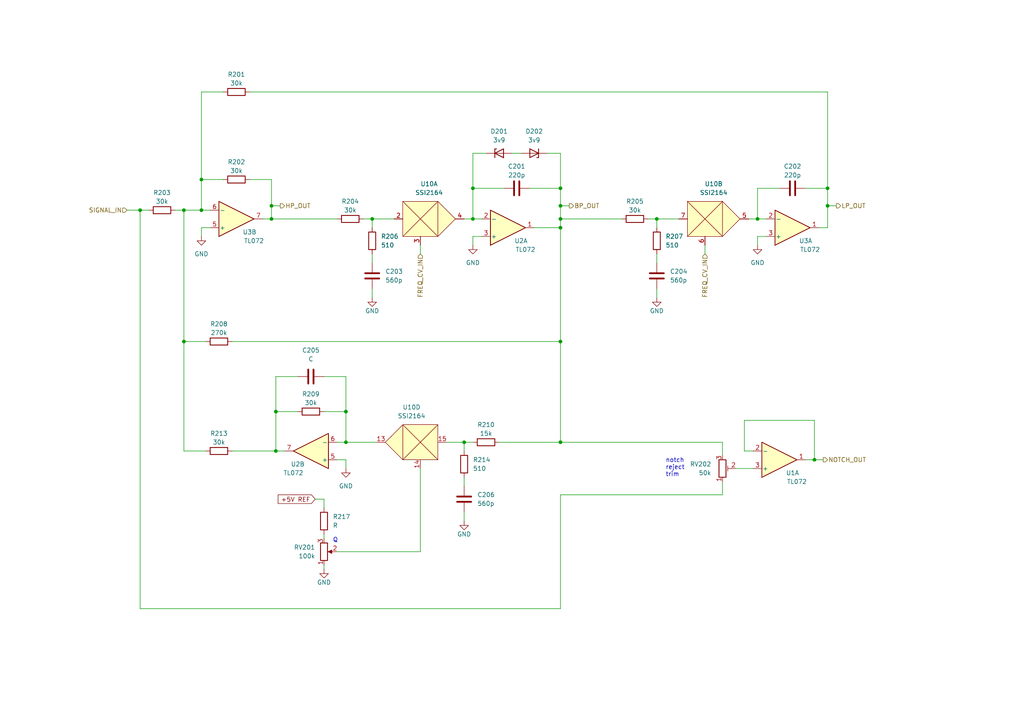
<source format=kicad_sch>
(kicad_sch (version 20211123) (generator eeschema)
  (paper "A4")
  (title_block (title "Josh Ox Ribbon Synth VCF/VCA board") (date "2022-06-16") (rev "0") (comment 1 "creativecommons.org/licenses/by/4.0/") (comment 2 "License: CC by 4.0") (comment 3 "Author: Jordan Aceto"))
  (lib_symbols
    (symbol "Amplifier_Operational:TL072" (pin_names (offset 0.127))
      (property "Reference" "U" (at 0 5.08 0))
      (property "Value" "TL072" (at 0 -5.08 0))
      (symbol "TL072_1_1"
        (polyline (pts (xy -5.08 5.08) (xy 5.08 0) (xy -5.08 -5.08) (xy -5.08 5.08)) (stroke (width 0.254)) (fill (type background)))
        (pin output line (at 7.62 0 180) (length 2.54) (name "~") (number "1"))
        (pin input line (at -7.62 -2.54 0) (length 2.54) (name "-") (number "2"))
        (pin input line (at -7.62 2.54 0) (length 2.54) (name "+") (number "3"))
      )
      (symbol "TL072_2_1"
        (polyline (pts (xy -5.08 5.08) (xy 5.08 0) (xy -5.08 -5.08) (xy -5.08 5.08)) (stroke (width 0.254)) (fill (type background)))
        (pin input line (at -7.62 2.54 0) (length 2.54) (name "+") (number "5"))
        (pin input line (at -7.62 -2.54 0) (length 2.54) (name "-") (number "6"))
        (pin output line (at 7.62 0 180) (length 2.54) (name "~") (number "7"))
      )
      (symbol "TL072_3_1"
        (pin power_in line (at -2.54 -7.62 90) (length 3.81) (name "V-") (number "4"))
        (pin power_in line (at -2.54 7.62 270) (length 3.81) (name "V+") (number "8"))
      )
    )
    (symbol "Device:C" (pin_numbers hide) (pin_names (offset 0.254))
      (property "Reference" "C" (at 0.635 2.54 0))
      (property "Value" "C" (at 0.635 -2.54 0))
      (symbol "C_0_1"
        (polyline (pts (xy -2.032 -0.762) (xy 2.032 -0.762)) (stroke (width 0.508)))
        (polyline (pts (xy -2.032 0.762) (xy 2.032 0.762)) (stroke (width 0.508)))
      )
      (symbol "C_1_1"
        (pin passive line (at 0 3.81 270) (length 2.794) (name "~") (number "1"))
        (pin passive line (at 0 -3.81 90) (length 2.794) (name "~") (number "2"))
      )
    )
    (symbol "Device:D_Zener" (pin_numbers hide) (pin_names (offset 1.016) hide)
      (property "Reference" "D" (at 0 2.54 0))
      (property "Value" "D_Zener" (at 0 -2.54 0))
      (symbol "D_Zener_0_1"
        (polyline (pts (xy 1.27 0) (xy -1.27 0)))
        (polyline (pts (xy -1.27 -1.27) (xy -1.27 1.27) (xy -0.762 1.27)) (stroke (width 0.254)))
        (polyline (pts (xy 1.27 -1.27) (xy 1.27 1.27) (xy -1.27 0) (xy 1.27 -1.27)) (stroke (width 0.254)))
      )
      (symbol "D_Zener_1_1"
        (pin passive line (at -3.81 0 0) (length 2.54) (name "K") (number "1"))
        (pin passive line (at 3.81 0 180) (length 2.54) (name "A") (number "2"))
      )
    )
    (symbol "Device:R" (pin_numbers hide) (pin_names (offset 0))
      (property "Reference" "R" (at 2.032 0 90))
      (property "Value" "R" (at 0 0 90))
      (symbol "R_0_1"
        (rectangle (start -1.016 -2.54) (end 1.016 2.54) (stroke (width 0.254)))
      )
      (symbol "R_1_1"
        (pin passive line (at 0 3.81 270) (length 1.27) (name "~") (number "1"))
        (pin passive line (at 0 -3.81 90) (length 1.27) (name "~") (number "2"))
      )
    )
    (symbol "Device:R_Potentiometer" (pin_names (offset 1.016) hide)
      (property "Reference" "RV" (at -4.445 0 90))
      (property "Value" "R_Potentiometer" (at -2.54 0 90))
      (symbol "R_Potentiometer_0_1"
        (polyline (pts (xy 2.54 0) (xy 1.524 0)))
        (polyline (pts (xy 1.143 0) (xy 2.286 0.508) (xy 2.286 -0.508) (xy 1.143 0)) (fill (type outline)))
        (rectangle (start 1.016 2.54) (end -1.016 -2.54) (stroke (width 0.254)))
      )
      (symbol "R_Potentiometer_1_1"
        (pin passive line (at 0 3.81 270) (length 1.27) (name "1") (number "1"))
        (pin passive line (at 3.81 0 180) (length 1.27) (name "2") (number "2"))
        (pin passive line (at 0 -3.81 90) (length 1.27) (name "3") (number "3"))
      )
    )
    (symbol "Device:R_Potentiometer_Trim" (pin_names (offset 1.016) hide)
      (property "Reference" "RV" (at -4.445 0 90))
      (property "Value" "R_Potentiometer_Trim" (at -2.54 0 90))
      (symbol "R_Potentiometer_Trim_0_1"
        (polyline (pts (xy 1.524 0.762) (xy 1.524 -0.762)))
        (polyline (pts (xy 2.54 0) (xy 1.524 0)))
        (rectangle (start 1.016 2.54) (end -1.016 -2.54) (stroke (width 0.254)))
      )
      (symbol "R_Potentiometer_Trim_1_1"
        (pin passive line (at 0 3.81 270) (length 1.27) (name "1") (number "1"))
        (pin passive line (at 3.81 0 180) (length 1.27) (name "2") (number "2"))
        (pin passive line (at 0 -3.81 90) (length 1.27) (name "3") (number "3"))
      )
    )
    (symbol "custom_symbols:SSI2164" (pin_names (offset 1.016))
      (property "Reference" "U?" (at 0 10.16 0))
      (property "Value" "SSI2164" (at 0 7.62 0))
      (symbol "SSI2164_1_1"
        (rectangle (start -5.08 5.08) (end 5.08 -5.08) (fill (type background)))
        (polyline (pts (xy 5.08 5.08) (xy -5.08 -5.08)))
        (polyline (pts (xy 5.08 5.08) (xy 10.16 0) (xy 5.08 -5.08) (xy -5.08 5.08)) (fill (type background)))
        (pin input line (at -7.62 0 0) (length 2.54) (name "~") (number "2"))
        (pin input line (at 0 -7.62 90) (length 2.54) (name "~") (number "3"))
        (pin output line (at 12.7 0 180) (length 2.54) (name "~") (number "4"))
      )
      (symbol "SSI2164_2_1"
        (rectangle (start -5.08 5.08) (end 5.08 -5.08) (fill (type background)))
        (polyline (pts (xy 5.08 5.08) (xy -5.08 -5.08)))
        (polyline (pts (xy 5.08 5.08) (xy 10.16 0) (xy 5.08 -5.08) (xy -5.08 5.08)) (fill (type background)))
        (pin output line (at 12.7 0 180) (length 2.54) (name "~") (number "5"))
        (pin input line (at 0 -7.62 90) (length 2.54) (name "~") (number "6"))
        (pin input line (at -7.62 0 0) (length 2.54) (name "~") (number "7"))
      )
      (symbol "SSI2164_3_1"
        (rectangle (start -5.08 5.08) (end 5.08 -5.08) (fill (type background)))
        (polyline (pts (xy 5.08 5.08) (xy -5.08 -5.08)))
        (polyline (pts (xy 5.08 5.08) (xy 10.16 0) (xy 5.08 -5.08) (xy -5.08 5.08)) (fill (type background)))
        (pin input line (at -7.62 0 0) (length 2.54) (name "~") (number "10"))
        (pin input line (at 0 -7.62 90) (length 2.54) (name "~") (number "11"))
        (pin output line (at 12.7 0 180) (length 2.54) (name "~") (number "12"))
      )
      (symbol "SSI2164_4_1"
        (rectangle (start -5.08 5.08) (end 5.08 -5.08) (fill (type background)))
        (polyline (pts (xy 5.08 5.08) (xy -5.08 -5.08)))
        (polyline (pts (xy 5.08 5.08) (xy 10.16 0) (xy 5.08 -5.08) (xy -5.08 5.08)) (fill (type background)))
        (pin output line (at 12.7 0 180) (length 2.54) (name "~") (number "13"))
        (pin input line (at 0 -7.62 90) (length 2.54) (name "~") (number "14"))
        (pin input line (at -7.62 0 0) (length 2.54) (name "~") (number "15"))
      )
      (symbol "SSI2164_5_1"
        (pin input line (at 2.54 -10.16 180) (length 2.54) (name "mode") (number "1"))
        (pin power_in line (at 2.54 5.08 180) (length 2.54) (name "V+") (number "16"))
        (pin power_in line (at 2.54 0 180) (length 2.54) (name "gnd") (number "8"))
        (pin power_in line (at 2.54 -5.08 180) (length 2.54) (name "V-") (number "9"))
      )
    )
    (symbol "power:GND" (power) (pin_names (offset 0))
      (property "Value" "GND" (at 0 -3.81 0))
      (symbol "GND_0_1"
        (polyline (pts (xy 0 0) (xy 0 -1.27) (xy 1.27 -1.27) (xy 0 -2.54) (xy -1.27 -1.27) (xy 0 -1.27)))
      )
      (symbol "GND_1_1"
        (pin power_in line (at 0 0 270) (length 0) hide (name "GND") (number "1"))
      )
    )
  )
  (junction (at 78.74 63.5))
  (junction (at 58.42 60.96))
  (junction (at 80.01 130.81))
  (junction (at 107.95 63.5))
  (junction (at 162.56 63.5))
  (junction (at 162.56 128.27))
  (junction (at 162.56 66.04))
  (junction (at 100.33 128.27))
  (junction (at 58.42 52.07))
  (junction (at 80.01 119.38))
  (junction (at 134.62 128.27))
  (junction (at 162.56 54.61))
  (junction (at 162.56 99.06))
  (junction (at 240.03 59.69))
  (junction (at 100.33 119.38))
  (junction (at 240.03 54.61))
  (junction (at 78.74 59.69))
  (junction (at 190.5 63.5))
  (junction (at 40.64 60.96))
  (junction (at 137.16 63.5))
  (junction (at 236.22 133.35))
  (junction (at 162.56 59.69))
  (junction (at 53.34 99.06))
  (junction (at 53.34 60.96))
  (junction (at 219.71 63.5))
  (junction (at 137.16 54.61))
  (wire (pts (xy 190.5 73.66) (xy 190.5 76.2)))
  (wire (pts (xy 78.74 59.69) (xy 81.28 59.69)))
  (wire (pts (xy 153.67 54.61) (xy 162.56 54.61)))
  (wire (pts (xy 129.54 128.27) (xy 134.62 128.27)))
  (wire (pts (xy 162.56 44.45) (xy 162.56 54.61)))
  (wire (pts (xy 162.56 66.04) (xy 162.56 63.5)))
  (wire (pts (xy 58.42 68.58) (xy 58.42 66.04)))
  (wire (pts (xy 219.71 54.61) (xy 226.06 54.61)))
  (wire (pts (xy 162.56 143.51) (xy 209.55 143.51)))
  (wire (pts (xy 137.16 54.61) (xy 146.05 54.61)))
  (wire (pts (xy 162.56 128.27) (xy 209.55 128.27)))
  (wire (pts (xy 162.56 99.06) (xy 162.56 128.27)))
  (wire (pts (xy 236.22 133.35) (xy 238.76 133.35)))
  (wire (pts (xy 58.42 60.96) (xy 58.42 52.07)))
  (wire (pts (xy 97.79 160.02) (xy 121.92 160.02)))
  (wire (pts (xy 78.74 63.5) (xy 97.79 63.5)))
  (wire (pts (xy 58.42 26.67) (xy 58.42 52.07)))
  (wire (pts (xy 36.83 60.96) (xy 40.64 60.96)))
  (wire (pts (xy 53.34 99.06) (xy 59.69 99.06)))
  (wire (pts (xy 134.62 128.27) (xy 137.16 128.27)))
  (wire (pts (xy 240.03 54.61) (xy 240.03 26.67)))
  (wire (pts (xy 233.68 133.35) (xy 236.22 133.35)))
  (wire (pts (xy 222.25 63.5) (xy 219.71 63.5)))
  (wire (pts (xy 107.95 63.5) (xy 114.3 63.5)))
  (wire (pts (xy 80.01 130.81) (xy 67.31 130.81)))
  (wire (pts (xy 215.9 121.92) (xy 236.22 121.92)))
  (wire (pts (xy 107.95 66.04) (xy 107.95 63.5)))
  (wire (pts (xy 107.95 73.66) (xy 107.95 76.2)))
  (wire (pts (xy 217.17 63.5) (xy 219.71 63.5)))
  (wire (pts (xy 213.36 135.89) (xy 218.44 135.89)))
  (wire (pts (xy 134.62 138.43) (xy 134.62 140.97)))
  (wire (pts (xy 58.42 60.96) (xy 60.96 60.96)))
  (wire (pts (xy 53.34 99.06) (xy 53.34 130.81)))
  (wire (pts (xy 134.62 148.59) (xy 134.62 151.13)))
  (wire (pts (xy 78.74 52.07) (xy 72.39 52.07)))
  (wire (pts (xy 78.74 63.5) (xy 78.74 59.69)))
  (wire (pts (xy 139.7 63.5) (xy 137.16 63.5)))
  (wire (pts (xy 190.5 83.82) (xy 190.5 86.36)))
  (wire (pts (xy 93.98 154.94) (xy 93.98 156.21)))
  (wire (pts (xy 40.64 60.96) (xy 40.64 176.53)))
  (wire (pts (xy 134.62 63.5) (xy 137.16 63.5)))
  (wire (pts (xy 59.69 130.81) (xy 53.34 130.81)))
  (wire (pts (xy 190.5 63.5) (xy 196.85 63.5)))
  (wire (pts (xy 219.71 71.12) (xy 219.71 68.58)))
  (wire (pts (xy 80.01 119.38) (xy 86.36 119.38)))
  (wire (pts (xy 100.33 135.89) (xy 100.33 133.35)))
  (wire (pts (xy 107.95 63.5) (xy 105.41 63.5)))
  (wire (pts (xy 137.16 71.12) (xy 137.16 68.58)))
  (wire (pts (xy 121.92 135.89) (xy 121.92 160.02)))
  (wire (pts (xy 40.64 60.96) (xy 43.18 60.96)))
  (wire (pts (xy 233.68 54.61) (xy 240.03 54.61)))
  (wire (pts (xy 162.56 66.04) (xy 162.56 99.06)))
  (wire (pts (xy 100.33 119.38) (xy 93.98 119.38)))
  (wire (pts (xy 76.2 63.5) (xy 78.74 63.5)))
  (wire (pts (xy 40.64 176.53) (xy 162.56 176.53)))
  (wire (pts (xy 236.22 133.35) (xy 236.22 121.92)))
  (wire (pts (xy 80.01 130.81) (xy 80.01 119.38)))
  (wire (pts (xy 209.55 128.27) (xy 209.55 132.08)))
  (wire (pts (xy 190.5 63.5) (xy 187.96 63.5)))
  (wire (pts (xy 97.79 128.27) (xy 100.33 128.27)))
  (wire (pts (xy 93.98 144.78) (xy 93.98 147.32)))
  (wire (pts (xy 100.33 128.27) (xy 109.22 128.27)))
  (wire (pts (xy 190.5 66.04) (xy 190.5 63.5)))
  (wire (pts (xy 58.42 26.67) (xy 64.77 26.67)))
  (wire (pts (xy 121.92 71.12) (xy 121.92 73.66)))
  (wire (pts (xy 58.42 52.07) (xy 64.77 52.07)))
  (wire (pts (xy 78.74 59.69) (xy 78.74 52.07)))
  (wire (pts (xy 82.55 130.81) (xy 80.01 130.81)))
  (wire (pts (xy 100.33 128.27) (xy 100.33 119.38)))
  (wire (pts (xy 137.16 44.45) (xy 137.16 54.61)))
  (wire (pts (xy 162.56 176.53) (xy 162.56 143.51)))
  (wire (pts (xy 97.79 133.35) (xy 100.33 133.35)))
  (wire (pts (xy 215.9 130.81) (xy 218.44 130.81)))
  (wire (pts (xy 67.31 99.06) (xy 162.56 99.06)))
  (wire (pts (xy 240.03 59.69) (xy 240.03 66.04)))
  (wire (pts (xy 219.71 68.58) (xy 222.25 68.58)))
  (wire (pts (xy 162.56 59.69) (xy 165.1 59.69)))
  (wire (pts (xy 107.95 83.82) (xy 107.95 86.36)))
  (wire (pts (xy 100.33 109.22) (xy 100.33 119.38)))
  (wire (pts (xy 148.59 44.45) (xy 151.13 44.45)))
  (wire (pts (xy 162.56 59.69) (xy 162.56 54.61)))
  (wire (pts (xy 162.56 128.27) (xy 144.78 128.27)))
  (wire (pts (xy 215.9 130.81) (xy 215.9 121.92)))
  (wire (pts (xy 240.03 54.61) (xy 240.03 59.69)))
  (wire (pts (xy 240.03 59.69) (xy 242.57 59.69)))
  (wire (pts (xy 137.16 68.58) (xy 139.7 68.58)))
  (wire (pts (xy 204.47 71.12) (xy 204.47 73.66)))
  (wire (pts (xy 72.39 26.67) (xy 240.03 26.67)))
  (wire (pts (xy 154.94 66.04) (xy 162.56 66.04)))
  (wire (pts (xy 58.42 66.04) (xy 60.96 66.04)))
  (wire (pts (xy 93.98 109.22) (xy 100.33 109.22)))
  (wire (pts (xy 53.34 60.96) (xy 58.42 60.96)))
  (wire (pts (xy 80.01 109.22) (xy 80.01 119.38)))
  (wire (pts (xy 93.98 165.1) (xy 93.98 163.83)))
  (wire (pts (xy 162.56 63.5) (xy 180.34 63.5)))
  (wire (pts (xy 86.36 109.22) (xy 80.01 109.22)))
  (wire (pts (xy 162.56 63.5) (xy 162.56 59.69)))
  (wire (pts (xy 50.8 60.96) (xy 53.34 60.96)))
  (wire (pts (xy 53.34 60.96) (xy 53.34 99.06)))
  (wire (pts (xy 209.55 139.7) (xy 209.55 143.51)))
  (wire (pts (xy 134.62 128.27) (xy 134.62 130.81)))
  (wire (pts (xy 219.71 63.5) (xy 219.71 54.61)))
  (wire (pts (xy 237.49 66.04) (xy 240.03 66.04)))
  (wire (pts (xy 158.75 44.45) (xy 162.56 44.45)))
  (wire (pts (xy 137.16 63.5) (xy 137.16 54.61)))
  (wire (pts (xy 91.44 144.78) (xy 93.98 144.78)))
  (wire (pts (xy 140.97 44.45) (xy 137.16 44.45)))
  (text "notch\nreject\ntrim" (at 193.04 138.43 0) (effects (font (size 1.27 1.27)) (justify left bottom)))
  (text "Q" (at 96.52 157.48 0) (effects (font (size 1.27 1.27)) (justify left bottom)))
  (global_label "+5V REF" (shape input) (at 91.44 144.78 180) (property "Intersheet References" "${INTERSHEET_REFS}" (effects hide)))
  (hierarchical_label "SIGNAL_IN" (shape input) (at 36.83 60.96 180))
  (hierarchical_label "FREQ_CV_IN" (shape input) (at 121.92 73.66 270))
  (hierarchical_label "BP_OUT" (shape output) (at 165.1 59.69 0))
  (hierarchical_label "HP_OUT" (shape output) (at 81.28 59.69 0))
  (hierarchical_label "FREQ_CV_IN" (shape input) (at 204.47 73.66 270))
  (hierarchical_label "NOTCH_OUT" (shape output) (at 238.76 133.35 0))
  (hierarchical_label "LP_OUT" (shape output) (at 242.57 59.69 0))
  (symbol (lib_id "Device:R") (at 93.98 151.13 0) (unit 1)
    (property "Reference" "R217" (at 96.52 149.8599 0) (effects (justify left)))
    (property "Value" "R" (at 96.52 152.3999 0) (effects (justify left)))
    (property "Footprint" "Resistor_SMD:R_0805_2012Metric" (effects hide))
  )
  (symbol (lib_id "power:GND") (at 58.42 68.58 0) (unit 1)
    (property "Reference" "#PWR0201" (effects hide))
    (property "Value" "GND" (at 58.42 73.66 0))
  )
  (symbol (lib_id "power:GND") (at 93.98 165.1 0) (unit 1)
    (property "Reference" "#PWR0209" (effects hide))
    (property "Value" "GND" (at 93.98 168.91 0))
  )
  (symbol (lib_id "Device:C") (at 190.5 80.01 0) (unit 1)
    (property "Reference" "C204" (at 194.31 78.7399 0) (effects (justify left)))
    (property "Value" "560p" (at 194.31 81.2799 0) (effects (justify left)))
    (property "Footprint" "Capacitor_SMD:C_0805_2012Metric" (effects hide))
  )
  (symbol (lib_id "Amplifier_Operational:TL072") (at 147.32 66.04 0) (mirror x) (unit 1)
    (property "Reference" "U2" (at 151.13 69.85 0))
    (property "Value" "TL072" (at 152.4 72.39 0))
    (property "Footprint" "Package_SO:SO-8_5.3x6.2mm_P1.27mm" (effects hide))
    (property "Datasheet" "http://www.ti.com/lit/ds/symlink/tl071.pdf" (effects hide))
  )
  (symbol (lib_id "Device:R") (at 63.5 99.06 90) (unit 1)
    (property "Reference" "R208" (at 63.5 93.98 90))
    (property "Value" "270k" (at 63.5 96.52 90))
    (property "Footprint" "Resistor_SMD:R_0805_2012Metric" (effects hide))
  )
  (symbol (lib_id "Amplifier_Operational:TL072") (at 90.17 130.81 180) (unit 2)
    (property "Reference" "U2" (at 86.36 134.62 0))
    (property "Value" "TL072" (at 85.09 137.16 0))
    (property "Footprint" "Package_SO:SO-8_5.3x6.2mm_P1.27mm" (effects hide))
    (property "Datasheet" "http://www.ti.com/lit/ds/symlink/tl071.pdf" (effects hide))
  )
  (symbol (lib_id "power:GND") (at 137.16 71.12 0) (unit 1)
    (property "Reference" "#PWR0202" (effects hide))
    (property "Value" "GND" (at 137.16 76.2 0))
  )
  (symbol (lib_id "Device:R") (at 63.5 130.81 90) (unit 1)
    (property "Reference" "R213" (at 63.5 125.73 90))
    (property "Value" "30k" (at 63.5 128.27 90))
    (property "Footprint" "Resistor_SMD:R_0805_2012Metric" (effects hide))
  )
  (symbol (lib_id "custom_symbols:SSI2164") (at 121.92 128.27 0) (mirror y) (unit 4)
    (property "Reference" "U10" (at 119.38 118.11 0))
    (property "Value" "SSI2164" (at 119.38 120.65 0))
    (property "Footprint" "Package_SO:SOIC-16_3.9x9.9mm_P1.27mm" (effects hide))
    (property "Datasheet" "https://www.soundsemiconductor.com/downloads/ssi2164datasheet.pdf" (effects hide))
  )
  (symbol (lib_id "Device:C") (at 149.86 54.61 90) (unit 1)
    (property "Reference" "C201" (at 149.86 48.26 90))
    (property "Value" "220p" (at 149.86 50.8 90))
    (property "Footprint" "Capacitor_THT:C_Rect_L7.2mm_W4.5mm_P5.00mm_FKS2_FKP2_MKS2_MKP2" (effects hide))
  )
  (symbol (lib_id "Device:R") (at 68.58 52.07 90) (unit 1)
    (property "Reference" "R202" (at 68.58 46.99 90))
    (property "Value" "30k" (at 68.58 49.53 90))
    (property "Footprint" "Resistor_SMD:R_0805_2012Metric" (effects hide))
  )
  (symbol (lib_id "Device:R") (at 46.99 60.96 90) (unit 1)
    (property "Reference" "R203" (at 46.99 55.88 90))
    (property "Value" "30k" (at 46.99 58.42 90))
    (property "Footprint" "Resistor_SMD:R_0805_2012Metric" (effects hide))
  )
  (symbol (lib_id "Device:R") (at 107.95 69.85 0) (unit 1)
    (property "Reference" "R206" (at 110.49 68.5799 0) (effects (justify left)))
    (property "Value" "510" (at 110.49 71.1199 0) (effects (justify left)))
    (property "Footprint" "Resistor_SMD:R_0805_2012Metric" (effects hide))
  )
  (symbol (lib_id "Amplifier_Operational:TL072") (at 229.87 66.04 0) (mirror x) (unit 1)
    (property "Reference" "U3" (at 233.68 69.85 0))
    (property "Value" "TL072" (at 234.95 72.39 0))
    (property "Footprint" "Package_SO:SO-8_5.3x6.2mm_P1.27mm" (effects hide))
    (property "Datasheet" "http://www.ti.com/lit/ds/symlink/tl071.pdf" (effects hide))
  )
  (symbol (lib_id "Device:R") (at 68.58 26.67 90) (unit 1)
    (property "Reference" "R201" (at 68.58 21.59 90))
    (property "Value" "30k" (at 68.58 24.13 90))
    (property "Footprint" "Resistor_SMD:R_0805_2012Metric" (effects hide))
  )
  (symbol (lib_id "Device:R") (at 101.6 63.5 90) (unit 1)
    (property "Reference" "R204" (at 101.6 58.42 90))
    (property "Value" "30k" (at 101.6 60.96 90))
    (property "Footprint" "Resistor_SMD:R_0805_2012Metric" (effects hide))
  )
  (symbol (lib_id "power:GND") (at 190.5 86.36 0) (unit 1)
    (property "Reference" "#PWR0205" (effects hide))
    (property "Value" "GND" (at 190.5 90.17 0))
  )
  (symbol (lib_id "power:GND") (at 107.95 86.36 0) (unit 1)
    (property "Reference" "#PWR0204" (effects hide))
    (property "Value" "GND" (at 107.95 90.17 0))
  )
  (symbol (lib_id "Device:C") (at 229.87 54.61 90) (unit 1)
    (property "Reference" "C202" (at 229.87 48.26 90))
    (property "Value" "220p" (at 229.87 50.8 90))
    (property "Footprint" "Capacitor_THT:C_Rect_L7.2mm_W4.5mm_P5.00mm_FKS2_FKP2_MKS2_MKP2" (effects hide))
  )
  (symbol (lib_id "Device:C") (at 90.17 109.22 90) (unit 1)
    (property "Reference" "C205" (at 90.17 101.6 90))
    (property "Value" "C" (at 90.17 104.14 90))
    (property "Footprint" "Capacitor_SMD:C_0805_2012Metric" (effects hide))
  )
  (symbol (lib_id "power:GND") (at 100.33 135.89 0) (mirror y) (unit 1)
    (property "Reference" "#PWR0206" (effects hide))
    (property "Value" "~" (at 100.33 140.97 0))
  )
  (symbol (lib_id "Device:R") (at 184.15 63.5 90) (unit 1)
    (property "Reference" "R205" (at 184.15 58.42 90))
    (property "Value" "30k" (at 184.15 60.96 90))
    (property "Footprint" "Resistor_SMD:R_0805_2012Metric" (effects hide))
  )
  (symbol (lib_id "Device:R_Potentiometer_Trim") (at 209.55 135.89 0) (mirror x) (unit 1)
    (property "Reference" "RV202" (at 203.2 134.62 0))
    (property "Value" "50k" (at 204.47 137.16 0))
    (property "Footprint" "Potentiometer_THT:Potentiometer_Bourns_3296W_Vertical" (effects hide))
  )
  (symbol (lib_id "power:GND") (at 219.71 71.12 0) (unit 1)
    (property "Reference" "#PWR0203" (effects hide))
    (property "Value" "GND" (at 219.71 76.2 0))
  )
  (symbol (lib_id "Device:C") (at 107.95 80.01 0) (unit 1)
    (property "Reference" "C203" (at 111.76 78.7399 0) (effects (justify left)))
    (property "Value" "560p" (at 111.76 81.2799 0) (effects (justify left)))
    (property "Footprint" "Capacitor_SMD:C_0805_2012Metric" (effects hide))
  )
  (symbol (lib_id "Device:C") (at 134.62 144.78 0) (unit 1)
    (property "Reference" "C206" (at 138.43 143.5099 0) (effects (justify left)))
    (property "Value" "560p" (at 138.43 146.0499 0) (effects (justify left)))
    (property "Footprint" "Capacitor_SMD:C_0805_2012Metric" (effects hide))
  )
  (symbol (lib_id "Amplifier_Operational:TL072") (at 68.58 63.5 0) (mirror x) (unit 2)
    (property "Reference" "U3" (at 72.39 67.31 0))
    (property "Value" "TL072" (at 73.66 69.85 0))
    (property "Footprint" "Package_SO:SO-8_5.3x6.2mm_P1.27mm" (effects hide))
    (property "Datasheet" "http://www.ti.com/lit/ds/symlink/tl071.pdf" (effects hide))
  )
  (symbol (lib_id "custom_symbols:SSI2164") (at 121.92 63.5 0) (unit 1)
    (property "Reference" "U10" (at 124.46 53.34 0))
    (property "Value" "SSI2164" (at 124.46 55.88 0))
    (property "Footprint" "Package_SO:SOIC-16_3.9x9.9mm_P1.27mm" (effects hide))
    (property "Datasheet" "https://www.soundsemiconductor.com/downloads/ssi2164datasheet.pdf" (effects hide))
  )
  (symbol (lib_id "Device:R") (at 190.5 69.85 0) (unit 1)
    (property "Reference" "R207" (at 193.04 68.5799 0) (effects (justify left)))
    (property "Value" "510" (at 193.04 71.1199 0) (effects (justify left)))
    (property "Footprint" "Resistor_SMD:R_0805_2012Metric" (effects hide))
  )
  (symbol (lib_id "Device:R") (at 134.62 134.62 0) (unit 1)
    (property "Reference" "R214" (at 137.16 133.3499 0) (effects (justify left)))
    (property "Value" "510" (at 137.16 135.8899 0) (effects (justify left)))
    (property "Footprint" "Resistor_SMD:R_0805_2012Metric" (effects hide))
  )
  (symbol (lib_id "Device:D_Zener") (at 144.78 44.45 0) (unit 1)
    (property "Reference" "D201" (at 144.78 38.1 0))
    (property "Value" "3v9" (at 144.78 40.64 0))
    (property "Footprint" "Diode_SMD:D_SOD-123" (effects hide))
  )
  (symbol (lib_id "Device:R_Potentiometer") (at 93.98 160.02 0) (mirror x) (unit 1)
    (property "Reference" "RV201" (at 91.44 158.7499 0) (effects (justify right)))
    (property "Value" "100k" (at 91.44 161.2899 0) (effects (justify right)))
    (property "Footprint" "Potentiometer_THT:Potentiometer_Alpha_RD901F-40-00D_Single_Vertical" (effects hide))
  )
  (symbol (lib_id "Device:D_Zener") (at 154.94 44.45 180) (unit 1)
    (property "Reference" "D202" (at 154.94 38.1 0))
    (property "Value" "3v9" (at 154.94 40.64 0))
    (property "Footprint" "Diode_SMD:D_SOD-123" (effects hide))
  )
  (symbol (lib_id "custom_symbols:SSI2164") (at 204.47 63.5 0) (unit 2)
    (property "Reference" "U10" (at 207.01 53.34 0))
    (property "Value" "SSI2164" (at 207.01 55.88 0))
    (property "Footprint" "Package_SO:SOIC-16_3.9x9.9mm_P1.27mm" (effects hide))
    (property "Datasheet" "https://www.soundsemiconductor.com/downloads/ssi2164datasheet.pdf" (effects hide))
  )
  (symbol (lib_id "Device:R") (at 90.17 119.38 270) (mirror x) (unit 1)
    (property "Reference" "R209" (at 90.17 114.3 90))
    (property "Value" "30k" (at 90.17 116.84 90))
    (property "Footprint" "Resistor_SMD:R_0805_2012Metric" (effects hide))
  )
  (symbol (lib_id "Device:R") (at 140.97 128.27 90) (unit 1)
    (property "Reference" "R210" (at 140.97 123.19 90))
    (property "Value" "15k" (at 140.97 125.73 90))
    (property "Footprint" "Resistor_SMD:R_0805_2012Metric" (effects hide))
  )
  (symbol (lib_id "power:GND") (at 134.62 151.13 0) (unit 1)
    (property "Reference" "#PWR0207" (effects hide))
    (property "Value" "GND" (at 134.62 154.94 0))
  )
  (symbol (lib_id "Amplifier_Operational:TL072") (at 226.06 133.35 0) (mirror x) (unit 1)
    (property "Reference" "U1" (at 229.87 137.16 0))
    (property "Value" "TL072" (at 231.14 139.7 0))
    (property "Footprint" "Package_SO:SO-8_5.3x6.2mm_P1.27mm" (effects hide))
    (property "Datasheet" "http://www.ti.com/lit/ds/symlink/tl071.pdf" (effects hide))
  )
)
</source>
